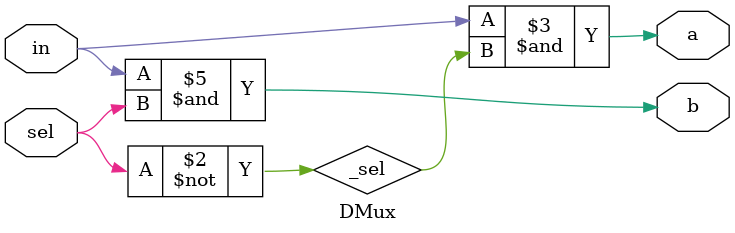
<source format=v>
`timescale 1ns / 1ps
module DMux(input in,sel,
    output a,b);
    wire _sel,_a,_b;
    nand X1(_sel,sel,sel);
    nand X2(_a,in,_sel);
    nand X3(_b,in,sel);
    nand X4(a,_a,_a);
    nand X5(b,_b,_b);
    
endmodule
</source>
